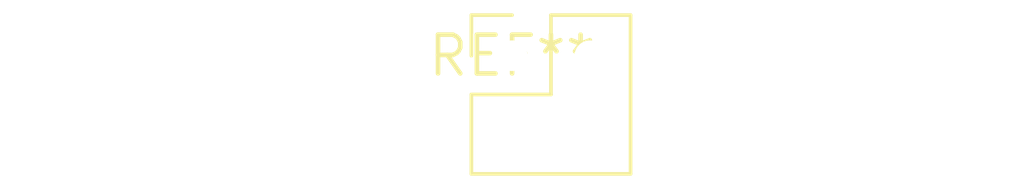
<source format=kicad_pcb>
(kicad_pcb (version 20240108) (generator pcbnew)
  (layers (0 "F.Cu" signal) (31 "B.Cu" signal) (34 "B.Paste" user) (35 "F.Paste" user) (36 "B.SilkS" user "B.Silkscreen") (37 "F.SilkS" user "F.Silkscreen") (38 "B.Mask" user) (39 "F.Mask" user) (44 "Edge.Cuts" user))
  (net 0 "")
  (footprint "PinHeader_2x02_P2.54mm_Vertical" (layer "F.Cu") (at 0 0)
    (property "Reference" "REF**")
    (property "Value" "PinHeader_2x02_P2.54mm_Vertical")
    (fp_line (start -1.33 -1.33) (end 0 -1.33) (layer "F.SilkS") (stroke (width 0.12)))
    (fp_line (start -1.33 0) (end -1.33 -1.33) (layer "F.SilkS") (stroke (width 0.12)))
    (fp_line (start -1.33 1.27) (end -1.33 3.87) (layer "F.SilkS") (stroke (width 0.12)))
    (fp_line (start -1.33 1.27) (end 1.27 1.27) (layer "F.SilkS") (stroke (width 0.12)))
    (fp_line (start -1.33 3.87) (end 3.87 3.87) (layer "F.SilkS") (stroke (width 0.12)))
    (fp_line (start 1.27 -1.33) (end 3.87 -1.33) (layer "F.SilkS") (stroke (width 0.12)))
    (fp_line (start 1.27 1.27) (end 1.27 -1.33) (layer "F.SilkS") (stroke (width 0.12)))
    (fp_line (start 3.87 -1.33) (end 3.87 3.87) (layer "F.SilkS") (stroke (width 0.12)))
    (pad "1" thru_hole rect (at 0 0) (size 1.7 1.7) (drill 1) (layers *.Cu *.Mask) (remove_unused_layers))
    (pad "2" thru_hole oval (at 2.54 0) (size 1.7 1.7) (drill 1) (layers *.Cu *.Mask) (remove_unused_layers))
    (pad "3" thru_hole oval (at 0 2.54) (size 1.7 1.7) (drill 1) (layers *.Cu *.Mask) (remove_unused_layers))
    (pad "4" thru_hole oval (at 2.54 2.54) (size 1.7 1.7) (drill 1) (layers *.Cu *.Mask) (remove_unused_layers))
  )
)
</source>
